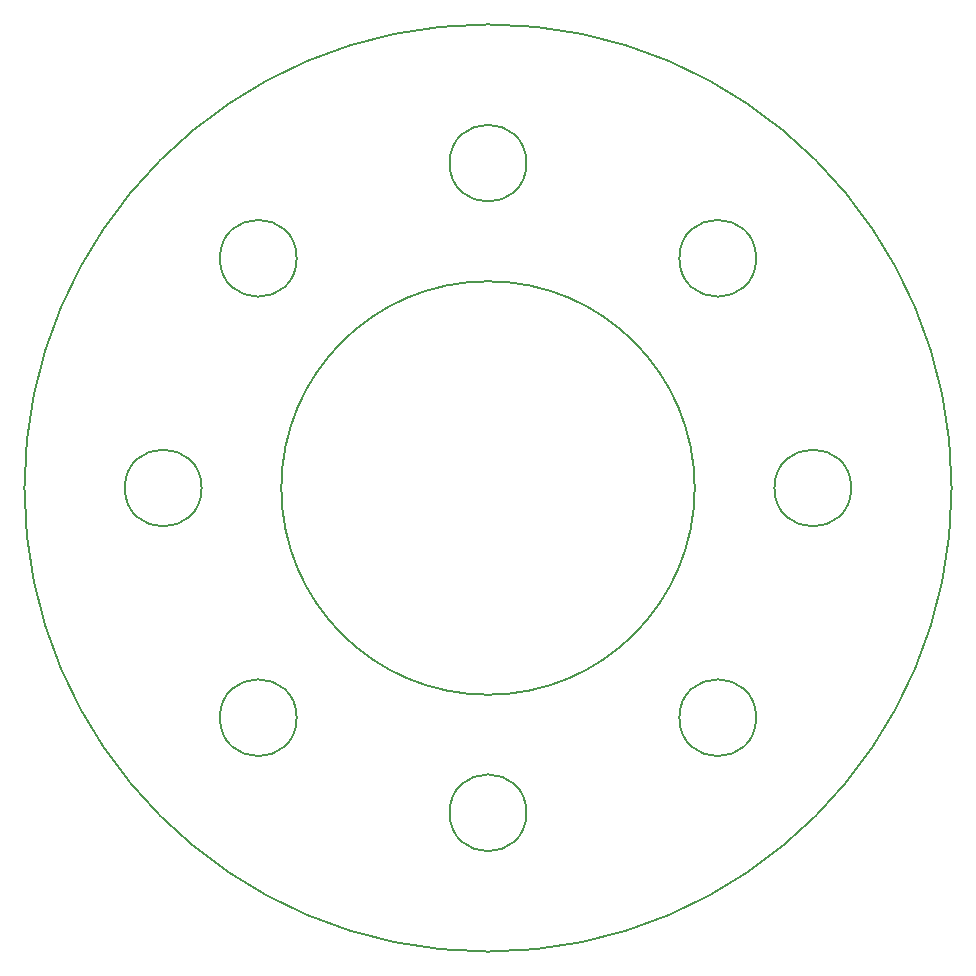
<source format=gbr>
G04 #@! TF.GenerationSoftware,KiCad,Pcbnew,5.0.2-bee76a0~70~ubuntu18.04.1*
G04 #@! TF.CreationDate,2020-06-05T14:20:23-07:00*
G04 #@! TF.ProjectId,secondary_endcap,7365636f-6e64-4617-9279-5f656e646361,rev?*
G04 #@! TF.SameCoordinates,Original*
G04 #@! TF.FileFunction,Profile,NP*
%FSLAX46Y46*%
G04 Gerber Fmt 4.6, Leading zero omitted, Abs format (unit mm)*
G04 Created by KiCad (PCBNEW 5.0.2-bee76a0~70~ubuntu18.04.1) date Fri 05 Jun 2020 02:20:23 PM PDT*
%MOMM*%
%LPD*%
G01*
G04 APERTURE LIST*
%ADD10C,0.150000*%
%ADD11C,0.200000*%
G04 APERTURE END LIST*
D10*
X83800000Y-80550000D02*
G75*
G03X83800000Y-80550000I-3250000J0D01*
G01*
X83800000Y-119450000D02*
G75*
G03X83800000Y-119450000I-3250000J0D01*
G01*
X122700000Y-119450000D02*
G75*
G03X122700000Y-119450000I-3250000J0D01*
G01*
X122700000Y-80550000D02*
G75*
G03X122700000Y-80550000I-3250000J0D01*
G01*
X103250000Y-127500000D02*
G75*
G03X103250000Y-127500000I-3250000J0D01*
G01*
X130750000Y-100000000D02*
G75*
G03X130750000Y-100000000I-3250000J0D01*
G01*
X75750000Y-100000000D02*
G75*
G03X75750000Y-100000000I-3250000J0D01*
G01*
X103250000Y-72500000D02*
G75*
G03X103250000Y-72500000I-3250000J0D01*
G01*
X117500000Y-100000000D02*
G75*
G03X117500000Y-100000000I-17500000J0D01*
G01*
D11*
X139250000Y-100000000D02*
G75*
G03X139250000Y-100000000I-39250000J0D01*
G01*
M02*

</source>
